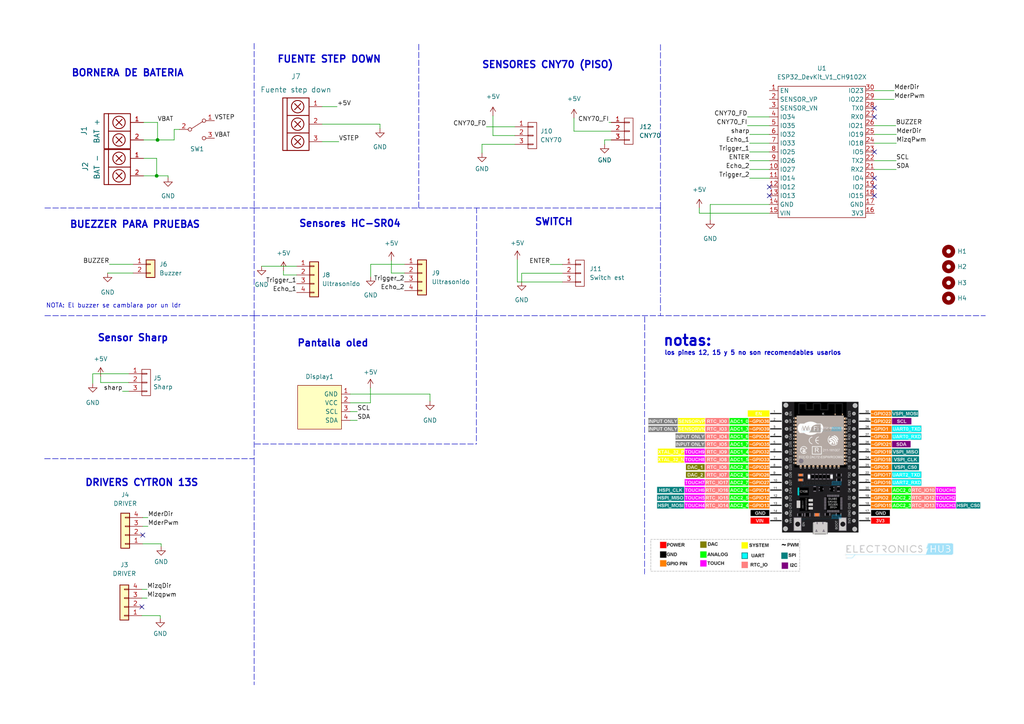
<source format=kicad_sch>
(kicad_sch (version 20211123) (generator eeschema)
  (paper "A4")
  (lib_symbols
    (symbol "Connector_Generic:Conn_01x02" (pin_names (offset 1.016) hide)
      (property "Reference" "J" (at 0 2.54 0))
      (property "Value" "Conn_01x02" (at 0 -5.08 0))
      (symbol "Conn_01x02_1_1"
        (rectangle (start -1.27 -2.413) (end 0 -2.667) (stroke (width 0.1524)))
        (rectangle (start -1.27 0.127) (end 0 -0.127) (stroke (width 0.1524)))
        (rectangle (start -1.27 1.27) (end 1.27 -3.81) (stroke (width 0.254)) (fill (type background)))
        (pin passive line (at -5.08 0 0) (length 3.81) (name "Pin_1") (number "1"))
        (pin passive line (at -5.08 -2.54 0) (length 3.81) (name "Pin_2") (number "2"))
      )
    )
    (symbol "EESTN5:CONN_01X03" (pin_names (offset 1.016) hide)
      (property "Reference" "J" (at 0 5.08 0))
      (property "Value" "CONN_01X03" (at 2.54 0 90))
      (symbol "CONN_01X03_0_1"
        (rectangle (start -1.27 -2.413) (end 0.254 -2.667))
        (rectangle (start -1.27 0.127) (end 0.254 -0.127))
        (rectangle (start -1.27 2.667) (end 0.254 2.413))
        (rectangle (start -1.27 3.81) (end 1.27 -3.81))
      )
      (symbol "CONN_01X03_1_1"
        (pin passive line (at -5.08 2.54 0) (length 3.81) (name "P1") (number "1"))
        (pin passive line (at -5.08 0 0) (length 3.81) (name "P2") (number "2"))
        (pin passive line (at -5.08 -2.54 0) (length 3.81) (name "P3") (number "3"))
      )
    )
    (symbol "EESTN5:Conn_01X03" (pin_names (offset 1.016) hide)
      (property "Reference" "J" (at 0 5.08 0))
      (property "Value" "Conn_01X03" (at 0 -5.08 0))
      (symbol "Conn_01X03_0_1"
        (rectangle (start -1.27 -2.413) (end 0.254 -2.667))
        (rectangle (start -1.27 0.127) (end 0.254 -0.127))
        (rectangle (start -1.27 2.667) (end 0.254 2.413))
        (rectangle (start -1.27 3.81) (end 1.27 -3.81))
      )
      (symbol "Conn_01X03_1_1"
        (pin passive line (at -5.08 2.54 0) (length 3.81) (name "P1") (number "1"))
        (pin passive line (at -5.08 0 0) (length 3.81) (name "P2") (number "2"))
        (pin passive line (at -5.08 -2.54 0) (length 3.81) (name "P3") (number "3"))
      )
    )
    (symbol "EESTN5:Conn_01x04" (pin_names (offset 1.016) hide)
      (property "Reference" "J" (at 0 5.08 0))
      (property "Value" "Conn_01x04" (at 0 -7.62 0))
      (symbol "Conn_01x04_1_1"
        (rectangle (start -1.27 -4.953) (end 0 -5.207) (stroke (width 0.1524)))
        (rectangle (start -1.27 -2.413) (end 0 -2.667) (stroke (width 0.1524)))
        (rectangle (start -1.27 0.127) (end 0 -0.127) (stroke (width 0.1524)))
        (rectangle (start -1.27 2.667) (end 0 2.413) (stroke (width 0.1524)))
        (rectangle (start -1.27 3.81) (end 1.27 -6.35) (stroke (width 0.254)) (fill (type background)))
        (pin passive line (at -5.08 2.54 0) (length 3.81) (name "Pin_1") (number "1"))
        (pin passive line (at -5.08 0 0) (length 3.81) (name "Pin_2") (number "2"))
        (pin passive line (at -5.08 -2.54 0) (length 3.81) (name "Pin_3") (number "3"))
        (pin passive line (at -5.08 -5.08 0) (length 3.81) (name "Pin_4") (number "4"))
      )
    )
    (symbol "EESTN5:ESP32_DevKit_V1_CH9102X"
      (property "Reference" "U" (at -11.43 22.86 0))
      (property "Value" "ESP32_DevKit_V1_CH9102X" (at 11.43 22.86 0))
      (symbol "ESP32_DevKit_V1_CH9102X_0_0"
        (pin bidirectional line (at 15.24 13.97 180) (length 2.54) (name "TX0") (number "28"))
        (pin bidirectional line (at 15.24 16.51 180) (length 2.54) (name "IO22") (number "29"))
        (pin bidirectional line (at 15.24 19.05 180) (length 2.54) (name "IO23") (number "30"))
      )
      (symbol "ESP32_DevKit_V1_CH9102X_0_1"
        (rectangle (start -12.7 20.32) (end 12.7 -17.78))
      )
      (symbol "ESP32_DevKit_V1_CH9102X_1_1"
        (pin input line (at -15.24 19.05 0) (length 2.54) (name "EN") (number "1"))
        (pin bidirectional line (at -15.24 -3.81 0) (length 2.54) (name "IO27") (number "10"))
        (pin bidirectional line (at -15.24 -6.35 0) (length 2.54) (name "IO14") (number "11"))
        (pin bidirectional line (at -15.24 -8.89 0) (length 2.54) (name "IO12") (number "12"))
        (pin bidirectional line (at -15.24 -11.43 0) (length 2.54) (name "IO13") (number "13"))
        (pin power_in line (at -15.24 -13.97 0) (length 2.54) (name "GND") (number "14"))
        (pin power_in line (at -15.24 -16.51 0) (length 2.54) (name "VIN") (number "15"))
        (pin power_in line (at 15.24 -16.51 180) (length 2.54) (name "3V3") (number "16"))
        (pin power_in line (at 15.24 -13.97 180) (length 2.54) (name "GND") (number "17"))
        (pin bidirectional line (at 15.24 -11.43 180) (length 2.54) (name "IO15") (number "18"))
        (pin bidirectional line (at 15.24 -8.89 180) (length 2.54) (name "IO2") (number "19"))
        (pin input line (at -15.24 16.51 0) (length 2.54) (name "SENSOR_VP") (number "2"))
        (pin bidirectional line (at 15.24 -6.35 180) (length 2.54) (name "IO4") (number "20"))
        (pin bidirectional line (at 15.24 -3.81 180) (length 2.54) (name "RX2") (number "21"))
        (pin bidirectional line (at 15.24 -1.27 180) (length 2.54) (name "TX2") (number "22"))
        (pin bidirectional line (at 15.24 1.27 180) (length 2.54) (name "IO5") (number "23"))
        (pin bidirectional line (at 15.24 3.81 180) (length 2.54) (name "IO18") (number "24"))
        (pin bidirectional line (at 15.24 6.35 180) (length 2.54) (name "IO19") (number "25"))
        (pin bidirectional line (at 15.24 8.89 180) (length 2.54) (name "IO21") (number "26"))
        (pin bidirectional line (at 15.24 11.43 180) (length 2.54) (name "RX0") (number "27"))
        (pin input line (at -15.24 13.97 0) (length 2.54) (name "SENSOR_VN") (number "3"))
        (pin input line (at -15.24 11.43 0) (length 2.54) (name "IO34") (number "4"))
        (pin input line (at -15.24 8.89 0) (length 2.54) (name "IO35") (number "5"))
        (pin bidirectional line (at -15.24 6.35 0) (length 2.54) (name "IO32") (number "6"))
        (pin bidirectional line (at -15.24 3.81 0) (length 2.54) (name "IO33") (number "7"))
        (pin bidirectional line (at -15.24 1.27 0) (length 2.54) (name "IO25") (number "8"))
        (pin bidirectional line (at -15.24 -1.27 0) (length 2.54) (name "IO26") (number "9"))
      )
    )
    (symbol "EESTN5:Mounting_Hole" (pin_names (offset 1.016))
      (property "Reference" "H" (at 0 5.08 0))
      (symbol "Mounting_Hole_0_1"
        (circle (center 0 0) (radius 1.27) (stroke (width 1.27)))
      )
    )
    (symbol "EESTN5:SSD1306-SSD1306-128x64_OLED" (pin_names (offset 1.016))
      (property "Reference" "Display" (at 0 -3.81 0))
      (symbol "SSD1306-SSD1306-128x64_OLED_0_1"
        (rectangle (start -6.35 6.35) (end 6.35 -6.35) (fill (type background)))
      )
      (symbol "SSD1306-SSD1306-128x64_OLED_1_1"
        (pin input line (at -3.81 8.89 270) (length 2.54) (name "GND") (number "1"))
        (pin input line (at -1.27 8.89 270) (length 2.54) (name "VCC") (number "2"))
        (pin input line (at 1.27 8.89 270) (length 2.54) (name "SCL") (number "3"))
        (pin input line (at 3.81 8.89 270) (length 2.54) (name "SDA") (number "4"))
      )
    )
    (symbol "EESTN5:SW_SPDT" (pin_names (offset 0) hide)
      (property "Reference" "SW" (at 0 4.318 0))
      (symbol "SW_SPDT_0_0"
        (circle (center -2.032 0) (radius 0.508))
        (circle (center 2.032 -2.54) (radius 0.508))
      )
      (symbol "SW_SPDT_0_1"
        (polyline (pts (xy -1.524 0.254) (xy 1.651 2.286)))
        (circle (center 2.032 2.54) (radius 0.508))
      )
      (symbol "SW_SPDT_1_1"
        (pin passive line (at 5.08 2.54 180) (length 2.54) (name "A") (number "1"))
        (pin passive line (at -5.08 0 0) (length 2.54) (name "B") (number "2"))
        (pin passive line (at 5.08 -2.54 180) (length 2.54) (name "C") (number "3"))
      )
    )
    (symbol "EESTN5:TB_1X2" (pin_names (offset 1.016))
      (property "Reference" "J" (at 0 7.62 0))
      (property "Value" "TB_1X2" (at 1.27 -7.62 0))
      (symbol "TB_1X2_0_1"
        (rectangle (start -2.54 5.08) (end 5.08 -5.08) (stroke (width 0.254)))
        (polyline (pts (xy -1.27 0) (xy 5.08 0)) (stroke (width 0.254)))
        (polyline (pts (xy -1.27 5.08) (xy -1.27 -5.08)) (stroke (width 0.254)))
        (polyline (pts (xy 0.889 -3.429) (xy 2.667 -1.651)) (stroke (width 0.254)))
        (polyline (pts (xy 0.889 -1.651) (xy 2.667 -3.429)) (stroke (width 0.254)))
        (polyline (pts (xy 0.889 1.651) (xy 2.667 3.429)) (stroke (width 0.254)))
        (polyline (pts (xy 0.889 3.429) (xy 2.667 1.651)) (stroke (width 0.254)))
        (circle (center 1.778 -2.54) (radius 1.8034) (stroke (width 0.254)))
        (circle (center 1.778 2.54) (radius 1.8034) (stroke (width 0.254)))
      )
      (symbol "TB_1X2_1_1"
        (pin input line (at 8.89 2.54 180) (length 3.81) (name "~") (number "1"))
        (pin input line (at 8.89 -2.54 180) (length 3.81) (name "~") (number "2"))
      )
    )
    (symbol "EESTN5:TB_1X3" (pin_names (offset 1.016))
      (property "Reference" "J" (at 0 7.62 0))
      (property "Value" "TB_1X3" (at 1.27 -11.43 0))
      (symbol "TB_1X3_0_1"
        (rectangle (start -2.54 5.08) (end 5.08 -10.16) (stroke (width 0.254)))
        (polyline (pts (xy -1.27 -5.08) (xy 5.08 -5.08)) (stroke (width 0.254)))
        (polyline (pts (xy -1.27 0) (xy 5.08 0)) (stroke (width 0.254)))
        (polyline (pts (xy -1.27 5.08) (xy -1.27 -10.16)) (stroke (width 0.254)))
        (polyline (pts (xy 0.889 -8.509) (xy 2.667 -6.731)) (stroke (width 0.254)))
        (polyline (pts (xy 0.889 -6.731) (xy 2.667 -8.509)) (stroke (width 0.254)))
        (polyline (pts (xy 0.889 -3.429) (xy 2.667 -1.651)) (stroke (width 0.254)))
        (polyline (pts (xy 0.889 -1.651) (xy 2.667 -3.429)) (stroke (width 0.254)))
        (polyline (pts (xy 0.889 1.651) (xy 2.667 3.429)) (stroke (width 0.254)))
        (polyline (pts (xy 0.889 3.429) (xy 2.667 1.651)) (stroke (width 0.254)))
        (circle (center 1.778 -7.62) (radius 1.8034) (stroke (width 0.254)))
        (circle (center 1.778 -2.54) (radius 1.8034) (stroke (width 0.254)))
        (circle (center 1.778 2.54) (radius 1.8034) (stroke (width 0.254)))
      )
      (symbol "TB_1X3_1_1"
        (pin input line (at 8.89 2.54 180) (length 3.81) (name "~") (number "1"))
        (pin input line (at 8.89 -2.54 180) (length 3.81) (name "~") (number "2"))
        (pin input line (at 8.89 -7.62 180) (length 3.81) (name "~") (number "3"))
      )
    )
    (symbol "power:+5V" (power) (pin_names (offset 0))
      (property "Value" "+5V" (at 0 3.556 0))
      (symbol "+5V_0_1"
        (polyline (pts (xy -0.762 1.27) (xy 0 2.54)))
        (polyline (pts (xy 0 0) (xy 0 2.54)))
        (polyline (pts (xy 0 2.54) (xy 0.762 1.27)))
      )
      (symbol "+5V_1_1"
        (pin power_in line (at 0 0 90) (length 0) hide (name "+5V") (number "1"))
      )
    )
    (symbol "power:GND" (power) (pin_names (offset 0))
      (property "Value" "GND" (at 0 -3.81 0))
      (symbol "GND_0_1"
        (polyline (pts (xy 0 0) (xy 0 -1.27) (xy 1.27 -1.27) (xy 0 -2.54) (xy -1.27 -1.27) (xy 0 -1.27)))
      )
      (symbol "GND_1_1"
        (pin power_in line (at 0 0 270) (length 0) hide (name "GND") (number "1"))
      )
    )
  )
  (junction (at 45.4406 51.0032))
  (junction (at 45.6946 40.5892))
  (no_connect (at 253.619 56.769))
  (no_connect (at 41.148 176.022))
  (no_connect (at 223.139 54.229))
  (no_connect (at 223.139 56.769))
  (no_connect (at 253.619 33.909))
  (no_connect (at 253.619 51.689))
  (no_connect (at 253.619 44.069))
  (no_connect (at 253.619 31.369))
  (no_connect (at 41.402 155.194))
  (no_connect (at 253.619 54.229))
  (polyline (pts (xy 186.9948 91.821) (xy 186.9948 166.497)))
  (polyline (pts (xy 73.7108 60.325) (xy 121.4628 60.325)))
  (wire (pts (xy 37.3126 108.4072) (xy 26.8986 108.4072)))
  (polyline (pts (xy 73.7108 60.325) (xy 73.7108 91.567)))
  (wire (pts (xy 217.424 38.989) (xy 223.139 38.989)))
  (wire (pts (xy 101.6 114.3) (xy 124.714 114.3)))
  (polyline (pts (xy 73.914 128.778) (xy 138.176 128.778)))
  (wire (pts (xy 117.3226 79.1972) (xy 113.5126 79.1972)))
  (wire (pts (xy 45.4406 51.0032) (xy 48.7426 51.0032)))
  (wire (pts (xy 113.5126 75.6412) (xy 113.5126 79.1972)))
  (wire (pts (xy 93.4466 36.0172) (xy 110.2106 36.0172)))
  (wire (pts (xy 223.139 59.309) (xy 205.994 59.309)))
  (wire (pts (xy 151.3078 79.248) (xy 151.3078 81.661)))
  (wire (pts (xy 107.5182 76.6572) (xy 107.5182 80.264)))
  (wire (pts (xy 101.6 119.38) (xy 103.632 119.38)))
  (polyline (pts (xy 191.5668 86.233) (xy 191.5668 91.567)))
  (wire (pts (xy 41.402 157.734) (xy 46.736 157.734)))
  (polyline (pts (xy 73.7108 152.019) (xy 73.7108 198.628)))
  (wire (pts (xy 35.5346 113.4872) (xy 37.3126 113.4872)))
  (wire (pts (xy 253.619 41.529) (xy 259.969 41.529)))
  (wire (pts (xy 41.402 150.114) (xy 42.926 150.114)))
  (wire (pts (xy 217.424 41.529) (xy 223.139 41.529)))
  (wire (pts (xy 107.442 112.522) (xy 107.442 116.84)))
  (wire (pts (xy 217.424 51.689) (xy 223.139 51.689)))
  (wire (pts (xy 216.789 33.909) (xy 223.139 33.909)))
  (polyline (pts (xy 138.2268 91.567) (xy 285.8008 91.567)))
  (wire (pts (xy 205.994 59.309) (xy 205.994 63.754)))
  (polyline (pts (xy 13.0048 91.567) (xy 73.7108 91.567)))
  (wire (pts (xy 107.5182 76.6572) (xy 117.3226 76.6572)))
  (wire (pts (xy 253.619 26.289) (xy 259.334 26.289)))
  (wire (pts (xy 253.619 36.449) (xy 259.8166 36.449)))
  (wire (pts (xy 75.8698 77.216) (xy 86.0298 77.216)))
  (polyline (pts (xy 73.7108 133.223) (xy 73.7108 152.019)))
  (wire (pts (xy 163.1188 79.248) (xy 151.3078 79.248)))
  (wire (pts (xy 124.714 114.3) (xy 124.714 116.332)))
  (wire (pts (xy 41.148 170.942) (xy 42.672 170.942)))
  (wire (pts (xy 139.8016 44.3992) (xy 139.8016 41.8592)))
  (wire (pts (xy 217.424 44.069) (xy 223.139 44.069)))
  (wire (pts (xy 253.619 38.989) (xy 259.969 38.989)))
  (polyline (pts (xy 121.4628 12.827) (xy 121.4628 60.325)))
  (wire (pts (xy 46.482 178.562) (xy 46.482 179.324)))
  (wire (pts (xy 41.6306 45.9232) (xy 45.4406 45.9232)))
  (wire (pts (xy 150.0378 75.311) (xy 150.0378 81.788)))
  (wire (pts (xy 141.0716 36.7792) (xy 149.3266 36.7792)))
  (wire (pts (xy 41.148 173.482) (xy 42.672 173.482)))
  (polyline (pts (xy 12.9286 133.0452) (xy 73.7108 133.0452)))
  (wire (pts (xy 41.148 178.562) (xy 46.482 178.562)))
  (wire (pts (xy 166.4716 38.0492) (xy 166.4716 34.2392)))
  (wire (pts (xy 253.619 28.829) (xy 259.334 28.829)))
  (wire (pts (xy 166.4716 38.0492) (xy 177.2666 38.0492)))
  (wire (pts (xy 50.5206 37.5412) (xy 52.0446 37.5412)))
  (wire (pts (xy 163.1188 81.788) (xy 150.0378 81.788)))
  (wire (pts (xy 142.9766 33.6042) (xy 142.9766 39.3192)))
  (wire (pts (xy 37.3126 110.9472) (xy 29.1846 110.9472)))
  (wire (pts (xy 31.7246 76.6572) (xy 38.5826 76.6572)))
  (wire (pts (xy 48.7426 51.0032) (xy 48.7426 51.5112)))
  (polyline (pts (xy 73.7108 91.567) (xy 138.2268 91.567)))
  (wire (pts (xy 202.819 61.849) (xy 223.139 61.849)))
  (wire (pts (xy 41.402 152.654) (xy 42.926 152.654)))
  (polyline (pts (xy 191.5668 60.325) (xy 191.5668 12.573)))
  (wire (pts (xy 93.4466 30.9372) (xy 97.7646 30.9372)))
  (wire (pts (xy 101.6 116.84) (xy 107.442 116.84)))
  (wire (pts (xy 45.6946 40.5892) (xy 50.5206 40.5892)))
  (polyline (pts (xy 138.2268 91.567) (xy 138.2268 60.325)))
  (wire (pts (xy 216.789 36.449) (xy 223.139 36.449)))
  (wire (pts (xy 82.2198 78.486) (xy 82.2198 79.756)))
  (wire (pts (xy 41.6306 51.0032) (xy 45.4406 51.0032)))
  (wire (pts (xy 110.2106 36.0172) (xy 110.2106 37.2872)))
  (polyline (pts (xy 121.4628 60.325) (xy 191.5668 60.325)))
  (wire (pts (xy 41.6306 35.5092) (xy 45.6946 35.5092)))
  (wire (pts (xy 253.619 46.609) (xy 259.9182 46.609)))
  (wire (pts (xy 217.424 49.149) (xy 223.139 49.149)))
  (wire (pts (xy 202.819 60.325) (xy 202.819 61.849)))
  (polyline (pts (xy 191.5668 60.325) (xy 191.5668 85.725)))
  (wire (pts (xy 45.4406 45.9232) (xy 45.4406 51.0032)))
  (wire (pts (xy 177.2666 40.5892) (xy 175.3616 40.5892)))
  (wire (pts (xy 29.1846 109.1692) (xy 29.1846 110.9472)))
  (wire (pts (xy 46.736 157.734) (xy 46.736 158.496)))
  (wire (pts (xy 50.5206 40.5892) (xy 50.5206 37.5412)))
  (wire (pts (xy 253.619 49.149) (xy 259.9436 49.149)))
  (wire (pts (xy 217.424 46.609) (xy 223.139 46.609)))
  (wire (pts (xy 175.3616 40.5892) (xy 175.3616 41.8592)))
  (polyline (pts (xy 73.7108 91.5416) (xy 73.7108 133.0452)))
  (wire (pts (xy 159.5628 76.708) (xy 163.1188 76.708)))
  (wire (pts (xy 41.6306 40.5892) (xy 45.6946 40.5892)))
  (wire (pts (xy 31.2166 79.1972) (xy 38.5826 79.1972)))
  (wire (pts (xy 86.0298 79.756) (xy 82.2198 79.756)))
  (polyline (pts (xy 73.7108 12.573) (xy 73.7108 60.325)))
  (wire (pts (xy 26.8986 108.4072) (xy 26.8986 111.2012)))
  (wire (pts (xy 101.6 121.92) (xy 103.632 121.92)))
  (wire (pts (xy 176.6316 35.5092) (xy 177.2666 35.5092)))
  (polyline (pts (xy 13.0048 60.325) (xy 73.7108 60.325)))
  (polyline (pts (xy 138.176 91.948) (xy 138.176 128.778)))
  (wire (pts (xy 45.6946 35.5092) (xy 45.6946 40.5892)))
  (wire (pts (xy 142.9766 39.3192) (xy 149.3266 39.3192)))
  (wire (pts (xy 139.8016 41.8592) (xy 149.3266 41.8592)))
  (wire (pts (xy 93.4466 41.0972) (xy 98.2726 41.0972)))
  (image (at 236.1946 141.1732) (scale 1.16028))
  (text "notas:\n" (at 192.151 100.6856 0) (effects (font (size 3 3) (thickness 0.6) bold) (justify left bottom)))
  (text "BORNERA DE BATERIA\n" (at 20.6248 22.479 0) (effects (font (size 2 2) bold) (justify left bottom)))
  (text "Sensor Sharp" (at 28.194 99.314 0) (effects (font (size 2 2) (thickness 0.4) bold) (justify left bottom)))
  (text "NOTA: El buzzer se cambiara por un ldr\n" (at 13.3096 89.5096 0) (effects (font (size 1.27 1.27)) (justify left bottom)))
  (text "FUENTE STEP DOWN\n\n" (at 80.3148 21.717 0) (effects (font (size 2 2) bold) (justify left bottom)))
  (text "los pines 12, 15 y 5 no son recomendables usarlos\n\n" (at 192.659 105.2576 0) (effects (font (size 1.27 1.27) bold) (justify left bottom)))
  (text "DRIVERS CYTRON 13S\n\n" (at 24.5618 144.526 0) (effects (font (size 2 2) (thickness 0.4) bold) (justify left bottom)))
  (text "SENSORES CNY70 (PISO)\n\n" (at 139.6746 23.3172 0) (effects (font (size 2 2) bold) (justify left bottom)))
  (text "Pantalla oled\n" (at 86.106 100.838 0) (effects (font (size 2 2) bold) (justify left bottom)))
  (text "Sensores HC-SR04" (at 116.3828 66.167 180) (effects (font (size 2 2) (thickness 0.4) bold) (justify right bottom)))
  (text "BUEZZER PARA PRUEBAS\n" (at 20.1168 66.421 0) (effects (font (size 2 2) bold) (justify left bottom)))
  (text "SWITCH\n" (at 154.9908 65.659 0) (effects (font (size 2 2) (thickness 0.4) bold) (justify left bottom)))
  (label "Echo_1" (at 86.0298 84.836 180))
  (label "CNY70_FD" (at 141.0716 36.7792 180))
  (label "+5V" (at 97.7646 30.9372 0))
  (label "MizqPwm" (at 259.969 41.529 0))
  (label "Trigger_1" (at 86.0298 82.296 180))
  (label "Echo_2" (at 217.424 49.149 180))
  (label "ENTER" (at 159.5628 76.708 180))
  (label "BUZZER" (at 31.7246 76.6572 180))
  (label "VBAT" (at 62.2046 40.0812 0))
  (label "MizqDir" (at 42.672 170.942 0))
  (label "VSTEP" (at 62.2046 35.0012 0))
  (label "SCL" (at 259.9182 46.609 0))
  (label "SCL" (at 103.632 119.38 0))
  (label "Echo_1" (at 217.424 41.529 180))
  (label "CNY70_FI" (at 216.789 36.449 180))
  (label "MderDir" (at 259.969 38.989 0))
  (label "Echo_2" (at 117.3226 84.2772 180))
  (label "Mizqpwm" (at 42.672 173.482 0))
  (label "Trigger_2" (at 217.424 51.689 180))
  (label "MderDir" (at 259.334 26.289 0))
  (label "CNY70_FD" (at 216.789 33.909 180))
  (label "MderDir" (at 42.926 150.114 0))
  (label "SDA" (at 103.632 121.92 0))
  (label "ENTER" (at 217.424 46.609 180))
  (label "Trigger_1" (at 217.424 44.069 180))
  (label "CNY70_FI" (at 176.6316 35.5092 180))
  (label "Trigger_2" (at 117.3226 81.7372 180))
  (label "sharp" (at 217.424 38.989 180))
  (label "MderPwm" (at 259.334 28.829 0))
  (label "VSTEP" (at 98.2726 41.0972 0))
  (label "VBAT" (at 45.6946 35.5092 0))
  (label "SDA" (at 259.9436 49.149 0))
  (label "sharp" (at 35.5346 113.4872 180))
  (label "BUZZER" (at 259.8166 36.449 0))
  (label "MderPwm" (at 42.926 152.654 0))
  (symbol (lib_id "power:+5V") (at 202.819 60.325 0) (unit 1)
    (property "Reference" "#PWR0107" (effects hide))
    (property "Value" "+5V" (at 202.819 54.991 0))
  )
  (symbol (lib_id "EESTN5:Conn_01x04") (at 36.322 155.194 180) (unit 1)
    (property "Reference" "J4" (at 36.322 143.51 0))
    (property "Value" "DRIVER" (at 36.322 146.05 0))
    (property "Footprint" "EESTN5:pin_strip_4" (effects hide))
  )
  (symbol (lib_id "power:GND") (at 46.736 158.496 0) (unit 1)
    (property "Reference" "#PWR0103" (effects hide))
    (property "Value" "GND" (at 46.736 162.941 0))
  )
  (symbol (lib_id "EESTN5:Conn_01X03") (at 42.3926 110.9472 0) (unit 1)
    (property "Reference" "J5" (at 44.45 109.6771 0) (effects (justify left)))
    (property "Value" "Sharp" (at 44.45 112.2171 0) (effects (justify left)))
    (property "Footprint" "Connector_JST:JST_PH_B3B-PH-K_1x03_P2.00mm_Vertical" (effects hide))
  )
  (symbol (lib_id "EESTN5:Conn_01X03") (at 168.1988 79.248 0) (unit 1)
    (property "Reference" "J11" (at 170.9928 77.9779 0) (effects (justify left)))
    (property "Value" "Switch est" (at 170.9928 80.5179 0) (effects (justify left)))
    (property "Footprint" "EESTN5:Pin_Header_3" (effects hide))
  )
  (symbol (lib_id "power:GND") (at 151.3078 81.661 0) (unit 1)
    (property "Reference" "#PWR0109" (effects hide))
    (property "Value" "GND" (at 151.3078 86.995 0))
  )
  (symbol (lib_id "Connector_Generic:Conn_01x02") (at 43.6626 76.6572 0) (unit 1)
    (property "Reference" "J6" (at 46.2026 76.6571 0) (effects (justify left)))
    (property "Value" "Buzzer" (at 46.2026 79.1971 0) (effects (justify left)))
    (property "Footprint" "Connector_JST:JST_PH_B2B-PH-K_1x02_P2.00mm_Vertical" (effects hide))
  )
  (symbol (lib_id "power:+5V") (at 142.9766 33.6042 0) (unit 1)
    (property "Reference" "#PWR0118" (effects hide))
    (property "Value" "+5V" (at 142.9766 28.0162 0))
  )
  (symbol (lib_id "EESTN5:Mounting_Hole") (at 275.1328 72.898 0) (unit 1)
    (property "Reference" "H1" (at 277.6728 72.8979 0) (effects (justify left)))
    (property "Value" "Mounting_Hole" (effects hide))
    (property "Footprint" "EESTN5:Tornillo_M3_8mm" (effects hide))
  )
  (symbol (lib_id "power:GND") (at 46.482 179.324 0) (unit 1)
    (property "Reference" "#PWR0104" (effects hide))
    (property "Value" "GND" (at 46.482 183.769 0))
  )
  (symbol (lib_id "EESTN5:TB_1X2") (at 32.7406 38.0492 0) (unit 1)
    (property "Reference" "J1" (at 24.3586 37.9222 90) (effects (font (size 1.524 1.524))))
    (property "Value" "BAT +" (at 28.067 38.0238 90) (effects (font (size 1.524 1.524))))
    (property "Footprint" "EESTN5:BORNERA2_AZUL" (effects hide))
  )
  (symbol (lib_id "power:GND") (at 31.2166 79.1972 0) (unit 1)
    (property "Reference" "#PWR0110" (effects hide))
    (property "Value" "GND" (at 31.2166 84.7852 0))
  )
  (symbol (lib_id "power:+5V") (at 107.442 112.522 0) (unit 1)
    (property "Reference" "#PWR0105" (effects hide))
    (property "Value" "+5V" (at 107.442 107.95 0))
  )
  (symbol (lib_id "power:+5V") (at 166.4716 34.2392 0) (unit 1)
    (property "Reference" "#PWR0117" (effects hide))
    (property "Value" "+5V" (at 166.4716 28.6512 0))
  )
  (symbol (lib_id "EESTN5:Conn_01x04") (at 36.068 176.022 180) (unit 1)
    (property "Reference" "J3" (at 36.068 163.83 0))
    (property "Value" "DRIVER" (at 36.068 166.37 0))
    (property "Footprint" "EESTN5:pin_strip_4" (effects hide))
  )
  (symbol (lib_id "EESTN5:TB_1X2") (at 32.7406 48.4632 0) (unit 1)
    (property "Reference" "J2" (at 24.7396 48.3362 90) (effects (font (size 1.524 1.524))))
    (property "Value" "BAT -" (at 28.1178 48.4632 90) (effects (font (size 1.524 1.524))))
    (property "Footprint" "EESTN5:BORNERA2_AZUL" (effects hide))
  )
  (symbol (lib_id "power:+5V") (at 150.0378 75.311 0) (unit 1)
    (property "Reference" "#PWR0120" (effects hide))
    (property "Value" "+5V" (at 150.0378 70.485 0))
  )
  (symbol (lib_id "EESTN5:CONN_01X03") (at 154.4066 39.3192 0) (unit 1)
    (property "Reference" "J10" (at 156.6926 38.0491 0) (effects (justify left)))
    (property "Value" "CNY70" (at 156.6926 40.5891 0) (effects (justify left)))
    (property "Footprint" "Connector_JST:JST_PH_B3B-PH-K_1x03_P2.00mm_Vertical" (effects hide))
  )
  (symbol (lib_id "EESTN5:TB_1X3") (at 84.5566 33.4772 0) (unit 1)
    (property "Reference" "J7" (at 85.8266 22.1996 0) (effects (font (size 1.524 1.524))))
    (property "Value" "Fuente step down" (at 85.8266 26.0096 0) (effects (font (size 1.524 1.524))))
    (property "Footprint" "EESTN5:BORNERA3_AZUL" (effects hide))
  )
  (symbol (lib_id "EESTN5:CONN_01X03") (at 182.3466 38.0492 0) (unit 1)
    (property "Reference" "J12" (at 185.3946 36.7791 0) (effects (justify left)))
    (property "Value" "CNY70" (at 185.3946 39.3191 0) (effects (justify left)))
    (property "Footprint" "Connector_JST:JST_PH_B3B-PH-K_1x03_P2.00mm_Vertical" (effects hide))
  )
  (symbol (lib_id "power:GND") (at 107.5182 80.264 0) (unit 1)
    (property "Reference" "#PWR0115" (effects hide))
    (property "Value" "GND" (at 107.5182 85.598 0))
  )
  (symbol (lib_id "power:+5V") (at 82.2198 78.486 0) (unit 1)
    (property "Reference" "#PWR0112" (effects hide))
    (property "Value" "+5V" (at 82.2198 73.406 0))
  )
  (symbol (lib_id "power:+5V") (at 113.5126 75.6412 0) (unit 1)
    (property "Reference" "#PWR0116" (effects hide))
    (property "Value" "+5V" (at 113.5126 70.5612 0))
  )
  (symbol (lib_id "EESTN5:Mounting_Hole") (at 275.1328 82.042 0) (unit 1)
    (property "Reference" "H3" (at 277.6728 82.0419 0) (effects (justify left)))
    (property "Value" "Mounting_Hole" (effects hide))
    (property "Footprint" "EESTN5:Tornillo_M3_8mm" (effects hide))
  )
  (symbol (lib_id "power:GND") (at 175.3616 41.8592 0) (unit 1)
    (property "Reference" "#PWR0119" (effects hide))
    (property "Value" "GND" (at 175.3616 46.4312 0))
  )
  (symbol (lib_id "power:GND") (at 205.994 63.754 0) (unit 1)
    (property "Reference" "#PWR0106" (effects hide))
    (property "Value" "GND" (at 205.994 69.215 0))
  )
  (symbol (lib_id "EESTN5:ESP32_DevKit_V1_CH9102X") (at 238.379 45.339 0) (unit 1)
    (property "Reference" "U1" (at 238.379 19.812 0))
    (property "Value" "ESP32_DevKit_V1_CH9102X" (at 238.379 22.352 0))
    (property "Footprint" "EESTN5:ESP32_DevKit_V1_CH9102X" (effects hide))
  )
  (symbol (lib_id "power:+5V") (at 29.1846 109.1692 0) (unit 1)
    (property "Reference" "#PWR0101" (effects hide))
    (property "Value" "+5V" (at 29.1846 104.0892 0))
  )
  (symbol (lib_id "power:GND") (at 75.8698 77.216 0) (unit 1)
    (property "Reference" "#PWR0113" (effects hide))
    (property "Value" "GND" (at 75.8698 82.55 0))
  )
  (symbol (lib_id "power:GND") (at 48.7426 51.5112 0) (unit 1)
    (property "Reference" "#PWR0111" (effects hide))
    (property "Value" "GND" (at 48.7426 56.8452 0))
  )
  (symbol (lib_id "EESTN5:SSD1306-SSD1306-128x64_OLED") (at 92.71 118.11 270) (unit 1)
    (property "Reference" "Display1" (at 92.71 109.22 90))
    (property "Value" "SSD1306-SSD1306-128x64_OLED" (effects hide))
    (property "Footprint" "EESTN5:128x64OLED" (effects hide))
  )
  (symbol (lib_id "power:GND") (at 26.8986 111.2012 0) (unit 1)
    (property "Reference" "#PWR0102" (effects hide))
    (property "Value" "GND" (at 26.8986 116.7892 0))
  )
  (symbol (lib_id "EESTN5:Conn_01x04") (at 122.4026 79.1972 0) (unit 1)
    (property "Reference" "J9" (at 125.1966 79.1971 0) (effects (justify left)))
    (property "Value" "Ultrasonido" (at 125.1966 81.7371 0) (effects (justify left)))
    (property "Footprint" "Connector_JST:JST_EH_B4B-EH-A_1x04_P2.50mm_Vertical" (effects hide))
  )
  (symbol (lib_id "power:GND") (at 110.2106 37.2872 0) (unit 1)
    (property "Reference" "#PWR0114" (effects hide))
    (property "Value" "GND" (at 110.2106 42.6212 0))
  )
  (symbol (lib_id "power:GND") (at 139.8016 44.3992 0) (unit 1)
    (property "Reference" "#PWR0121" (effects hide))
    (property "Value" "GND" (at 139.8016 48.9712 0))
  )
  (symbol (lib_id "power:GND") (at 124.714 116.332 0) (unit 1)
    (property "Reference" "#PWR0108" (effects hide))
    (property "Value" "GND" (at 124.714 121.92 0))
  )
  (symbol (lib_id "EESTN5:SW_SPDT") (at 57.1246 37.5412 0) (unit 1)
    (property "Reference" "SW1" (at 57.1754 43.2054 0))
    (property "Value" "SW_SPDT" (effects hide))
    (property "Footprint" "EESTN5:SW_SPDT_TH_Vertical" (effects hide))
  )
  (symbol (lib_id "EESTN5:Conn_01x04") (at 91.1098 79.756 0) (unit 1)
    (property "Reference" "J8" (at 93.3958 79.7559 0) (effects (justify left)))
    (property "Value" "Ultrasonido" (at 93.3958 82.2959 0) (effects (justify left)))
    (property "Footprint" "Connector_JST:JST_EH_B4B-EH-A_1x04_P2.50mm_Vertical" (effects hide))
  )
  (symbol (lib_id "EESTN5:Mounting_Hole") (at 275.1328 77.343 0) (unit 1)
    (property "Reference" "H2" (at 277.6728 77.3429 0) (effects (justify left)))
    (property "Value" "Mounting_Hole" (effects hide))
    (property "Footprint" "EESTN5:Tornillo_M3_8mm" (effects hide))
  )
  (symbol (lib_id "EESTN5:Mounting_Hole") (at 275.1328 86.487 0) (unit 1)
    (property "Reference" "H4" (at 277.6728 86.4869 0) (effects (justify left)))
    (property "Value" "Mounting_Hole" (effects hide))
    (property "Footprint" "EESTN5:Tornillo_M3_8mm" (effects hide))
  )
)
</source>
